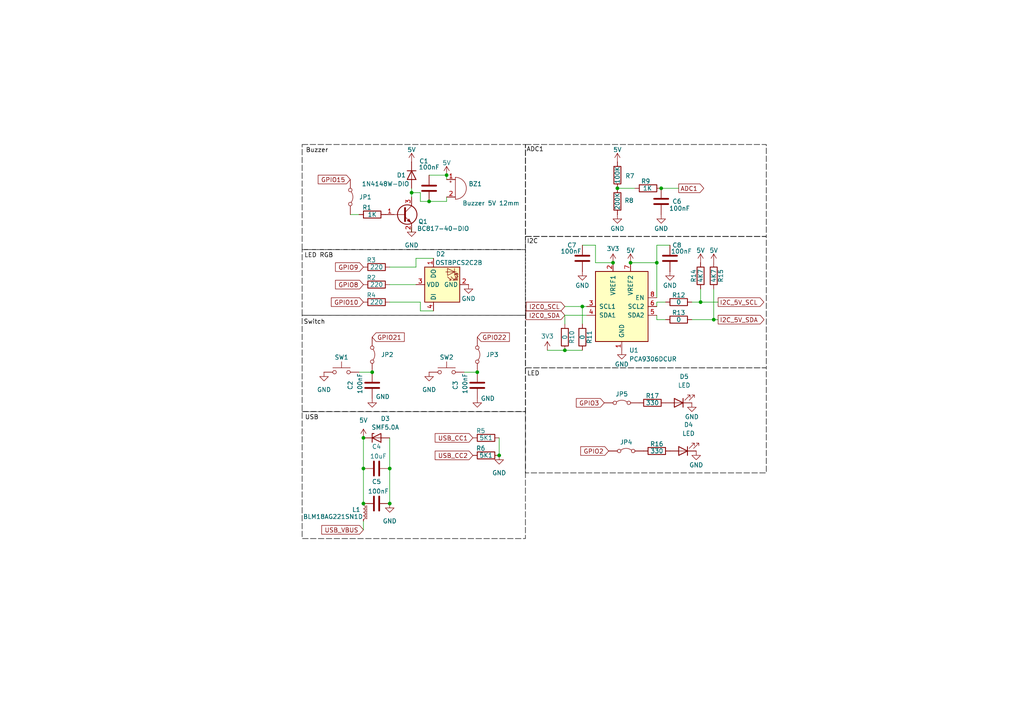
<source format=kicad_sch>
(kicad_sch (version 20250114) (generator "eeschema") (generator_version "9.0")
  (paper "A4")
  (title_block (title "Peripherals") (date "2025-10-26") (rev "1.0") (company "PKl"))
  (lib_symbols
    (symbol "Device:Buzzer" (pin_names (offset 0.0254) (hide yes))
      (property "Reference" "BZ" (at 3.81 1.27 0))
      (property "Value" "Buzzer" (at 3.81 -1.27 0))
      (symbol "Buzzer_0_1"
        (polyline (pts (xy -1.651 1.905) (xy -1.143 1.905)))
        (polyline (pts (xy -1.397 2.159) (xy -1.397 1.651)))
        (arc (start 0 3.175) (mid 3.1612 0) (end 0 -3.175))
        (polyline (pts (xy 0 3.175) (xy 0 -3.175)))
      )
      (symbol "Buzzer_1_1"
        (pin passive line (at -2.54 2.54 0) (length 2.54) (name "+") (number "1"))
        (pin passive line (at -2.54 -2.54 0) (length 2.54) (name "-") (number "2"))
      )
    )
    (symbol "Device:C" (pin_numbers (hide yes)) (pin_names (offset 0.254))
      (property "Reference" "C" (at 0.635 2.54 0))
      (property "Value" "C" (at 0.635 -2.54 0))
      (symbol "C_0_1"
        (polyline (pts (xy -2.032 0.762) (xy 2.032 0.762)) (stroke (width 0.508)))
        (polyline (pts (xy -2.032 -0.762) (xy 2.032 -0.762)) (stroke (width 0.508)))
      )
      (symbol "C_1_1"
        (pin passive line (at 0 3.81 270) (length 2.794) (name "~") (number "1"))
        (pin passive line (at 0 -3.81 90) (length 2.794) (name "~") (number "2"))
      )
    )
    (symbol "Device:LED" (pin_numbers (hide yes)) (pin_names (offset 1.016) (hide yes))
      (property "Reference" "D" (at 0 2.54 0))
      (property "Value" "LED" (at 0 -2.54 0))
      (symbol "LED_0_1"
        (polyline (pts (xy -3.048 -0.762) (xy -4.572 -2.286) (xy -3.81 -2.286) (xy -4.572 -2.286) (xy -4.572 -1.524)))
        (polyline (pts (xy -1.778 -0.762) (xy -3.302 -2.286) (xy -2.54 -2.286) (xy -3.302 -2.286) (xy -3.302 -1.524)))
        (polyline (pts (xy -1.27 0) (xy 1.27 0)))
        (polyline (pts (xy -1.27 -1.27) (xy -1.27 1.27)) (stroke (width 0.254)))
        (polyline (pts (xy 1.27 -1.27) (xy 1.27 1.27) (xy -1.27 0) (xy 1.27 -1.27)) (stroke (width 0.254)))
      )
      (symbol "LED_1_1"
        (pin passive line (at -3.81 0 0) (length 2.54) (name "K") (number "1"))
        (pin passive line (at 3.81 0 180) (length 2.54) (name "A") (number "2"))
      )
    )
    (symbol "Device:L_Ferrite_Small" (pin_numbers (hide yes)) (pin_names (offset 0.254) (hide yes))
      (property "Reference" "L" (at 1.27 1.016 0))
      (property "Value" "L_Ferrite_Small" (at 1.27 -1.27 0))
      (symbol "L_Ferrite_Small_0_1"
        (arc (start 0 2.032) (mid 0.5058 1.524) (end 0 1.016))
        (arc (start 0 1.016) (mid 0.5058 0.508) (end 0 0))
        (arc (start 0 0) (mid 0.5058 -0.508) (end 0 -1.016))
        (arc (start 0 -1.016) (mid 0.5058 -1.524) (end 0 -2.032))
        (polyline (pts (xy 0.762 1.651) (xy 0.762 1.905)))
        (polyline (pts (xy 0.762 1.143) (xy 0.762 1.397)))
        (polyline (pts (xy 0.762 0.635) (xy 0.762 0.889)))
        (polyline (pts (xy 0.762 0.127) (xy 0.762 0.381)))
        (polyline (pts (xy 0.762 -0.381) (xy 0.762 -0.127)))
        (polyline (pts (xy 0.762 -0.889) (xy 0.762 -0.635)))
        (polyline (pts (xy 0.762 -1.397) (xy 0.762 -1.143)))
        (polyline (pts (xy 0.762 -1.905) (xy 0.762 -1.651)))
        (polyline (pts (xy 1.016 1.905) (xy 1.016 1.651)))
        (polyline (pts (xy 1.016 1.397) (xy 1.016 1.143)))
        (polyline (pts (xy 1.016 0.889) (xy 1.016 0.635)))
        (polyline (pts (xy 1.016 0.381) (xy 1.016 0.127)))
        (polyline (pts (xy 1.016 -0.127) (xy 1.016 -0.381)))
        (polyline (pts (xy 1.016 -0.635) (xy 1.016 -0.889)))
        (polyline (pts (xy 1.016 -1.143) (xy 1.016 -1.397)))
        (polyline (pts (xy 1.016 -1.651) (xy 1.016 -1.905)))
      )
      (symbol "L_Ferrite_Small_1_1"
        (pin passive line (at 0 2.54 270) (length 0.508) (name "~") (number "1"))
        (pin passive line (at 0 -2.54 90) (length 0.508) (name "~") (number "2"))
      )
    )
    (symbol "Device:R" (pin_numbers (hide yes)) (pin_names (offset 0))
      (property "Reference" "R" (at 2.032 0 90))
      (property "Value" "R" (at 0 0 90))
      (symbol "R_0_1"
        (rectangle (start -1.016 -2.54) (end 1.016 2.54) (stroke (width 0.254)))
      )
      (symbol "R_1_1"
        (pin passive line (at 0 3.81 270) (length 1.27) (name "~") (number "1"))
        (pin passive line (at 0 -3.81 90) (length 1.27) (name "~") (number "2"))
      )
    )
    (symbol "Diode:1N4148W" (pin_numbers (hide yes)) (pin_names (hide yes))
      (property "Reference" "D" (at 0 2.54 0))
      (property "Value" "1N4148W" (at 0 -2.54 0))
      (symbol "1N4148W_0_1"
        (polyline (pts (xy -1.27 1.27) (xy -1.27 -1.27)) (stroke (width 0.254)))
        (polyline (pts (xy 1.27 1.27) (xy 1.27 -1.27) (xy -1.27 0) (xy 1.27 1.27)) (stroke (width 0.254)))
        (polyline (pts (xy 1.27 0) (xy -1.27 0)))
      )
      (symbol "1N4148W_1_1"
        (pin passive line (at -3.81 0 0) (length 2.54) (name "K") (number "1"))
        (pin passive line (at 3.81 0 180) (length 2.54) (name "A") (number "2"))
      )
    )
    (symbol "Diode:BZT52Bxx" (pin_numbers (hide yes)) (pin_names (hide yes))
      (property "Reference" "D" (at 0 2.54 0))
      (property "Value" "BZT52Bxx" (at 0 -2.54 0))
      (symbol "BZT52Bxx_0_1"
        (polyline (pts (xy -1.27 -1.27) (xy -1.27 1.27) (xy -0.762 1.27)) (stroke (width 0.254)))
        (polyline (pts (xy 1.27 0) (xy -1.27 0)))
        (polyline (pts (xy 1.27 -1.27) (xy 1.27 1.27) (xy -1.27 0) (xy 1.27 -1.27)) (stroke (width 0.254)))
      )
      (symbol "BZT52Bxx_1_1"
        (pin passive line (at -3.81 0 0) (length 2.54) (name "K") (number "1"))
        (pin passive line (at 3.81 0 180) (length 2.54) (name "A") (number "2"))
      )
    )
    (symbol "Interface:PCA9306" (pin_names (offset 1.016))
      (property "Reference" "U" (at -7.62 11.43 0))
      (property "Value" "PCA9306" (at 5.08 11.43 0))
      (symbol "PCA9306_0_1"
        (rectangle (start -7.62 10.16) (end 7.62 -10.16) (stroke (width 0.254)) (fill (type background)))
      )
      (symbol "PCA9306_1_1"
        (pin bidirectional line (at -10.16 0 0) (length 2.54) (name "SCL1") (number "3"))
        (pin bidirectional line (at -10.16 -2.54 0) (length 2.54) (name "SDA1") (number "4"))
        (pin power_in line (at -2.54 12.7 270) (length 2.54) (name "VREF1") (number "2"))
        (pin power_in line (at 0 -12.7 90) (length 2.54) (name "GND") (number "1"))
        (pin power_in line (at 2.54 12.7 270) (length 2.54) (name "VREF2") (number "7"))
        (pin input line (at 10.16 2.54 180) (length 2.54) (name "EN") (number "8"))
        (pin bidirectional line (at 10.16 0 180) (length 2.54) (name "SCL2") (number "6"))
        (pin bidirectional line (at 10.16 -2.54 180) (length 2.54) (name "SDA2") (number "5"))
      )
    )
    (symbol "Jumper:Jumper_2_Bridged" (pin_numbers (hide yes)) (pin_names (offset 0) (hide yes))
      (property "Reference" "JP" (at 0 1.905 0))
      (property "Value" "Jumper_2_Bridged" (at 0 -2.54 0))
      (symbol "Jumper_2_Bridged_0_0"
        (circle (center -2.032 0) (radius 0.508))
        (circle (center 2.032 0) (radius 0.508))
      )
      (symbol "Jumper_2_Bridged_0_1"
        (arc (start -1.524 0.254) (mid 0 0.762) (end 1.524 0.254))
      )
      (symbol "Jumper_2_Bridged_1_1"
        (pin passive line (at -5.08 0 0) (length 2.54) (name "A") (number "1"))
        (pin passive line (at 5.08 0 180) (length 2.54) (name "B") (number "2"))
      )
    )
    (symbol "LED:APA-106-F5"
      (property "Reference" "D" (at 5.08 5.715 0))
      (property "Value" "APA-106-F5" (at 1.27 -5.715 0))
      (symbol "APA-106-F5_0_0"
        (text "RGB" (at 2.286 -4.191 0) (effects (font (size 0.762 0.762))))
      )
      (symbol "APA-106-F5_0_1"
        (polyline (pts (xy 1.27 -2.54) (xy 1.778 -2.54)))
        (polyline (pts (xy 1.27 -3.556) (xy 1.778 -3.556)))
        (polyline (pts (xy 2.286 -1.524) (xy 1.27 -2.54) (xy 1.27 -2.032)))
        (polyline (pts (xy 2.286 -2.54) (xy 1.27 -3.556) (xy 1.27 -3.048)))
        (polyline (pts (xy 3.683 -1.016) (xy 3.683 -3.556) (xy 3.683 -4.064)))
        (polyline (pts (xy 4.699 -1.524) (xy 2.667 -1.524) (xy 3.683 -3.556) (xy 4.699 -1.524)))
        (polyline (pts (xy 4.699 -3.556) (xy 2.667 -3.556)))
        (rectangle (start 5.08 5.08) (end -5.08 -5.08) (stroke (width 0.254)) (fill (type background)))
      )
      (symbol "APA-106-F5_1_1"
        (pin input line (at -7.62 2.54 0) (length 2.54) (name "DI") (number "4"))
        (pin power_in line (at 0 7.62 270) (length 2.54) (name "VDD") (number "3"))
        (pin power_in line (at 0 -7.62 90) (length 2.54) (name "GND") (number "2"))
        (pin output line (at 7.62 2.54 180) (length 2.54) (name "DO") (number "1"))
      )
    )
    (symbol "Switch:SW_Push" (pin_numbers (hide yes)) (pin_names (offset 1.016) (hide yes))
      (property "Reference" "SW" (at 1.27 2.54 0))
      (property "Value" "SW_Push" (at 0 -1.524 0))
      (symbol "SW_Push_0_1"
        (circle (center -2.032 0) (radius 0.508))
        (polyline (pts (xy 0 1.27) (xy 0 3.048)))
        (circle (center 2.032 0) (radius 0.508))
        (polyline (pts (xy 2.54 1.27) (xy -2.54 1.27)))
        (pin passive line (at -5.08 0 0) (length 2.54) (name "1") (number "1"))
        (pin passive line (at 5.08 0 180) (length 2.54) (name "2") (number "2"))
      )
    )
    (symbol "Transistor_BJT:BC817" (pin_names (offset 0) (hide yes))
      (property "Reference" "Q" (at 5.08 1.905 0))
      (property "Value" "BC817" (at 5.08 0 0))
      (symbol "BC817_0_1"
        (polyline (pts (xy -2.54 0) (xy 0.635 0)))
        (polyline (pts (xy 0.635 1.905) (xy 0.635 -1.905)) (stroke (width 0.508)))
        (circle (center 1.27 0) (radius 2.8194) (stroke (width 0.254)))
      )
      (symbol "BC817_1_1"
        (polyline (pts (xy 0.635 0.635) (xy 2.54 2.54)))
        (polyline (pts (xy 0.635 -0.635) (xy 2.54 -2.54)))
        (polyline (pts (xy 1.27 -1.778) (xy 1.778 -1.27) (xy 2.286 -2.286) (xy 1.27 -1.778)) (fill (type outline)))
        (pin input line (at -5.08 0 0) (length 2.54) (name "B") (number "1"))
        (pin passive line (at 2.54 5.08 270) (length 2.54) (name "C") (number "3"))
        (pin passive line (at 2.54 -5.08 90) (length 2.54) (name "E") (number "2"))
      )
    )
    (symbol "power:+3.3V" (power) (pin_numbers (hide yes)) (pin_names (offset 0) (hide yes))
      (property "Value" "+3.3V" (at 0 3.556 0))
      (symbol "+3.3V_0_1"
        (polyline (pts (xy -0.762 1.27) (xy 0 2.54)))
        (polyline (pts (xy 0 2.54) (xy 0.762 1.27)))
        (polyline (pts (xy 0 0) (xy 0 2.54)))
      )
      (symbol "+3.3V_1_1"
        (pin power_in line (at 0 0 90) (length 0) (name "~") (number "1"))
      )
    )
    (symbol "power:+5V" (power) (pin_numbers (hide yes)) (pin_names (offset 0) (hide yes))
      (property "Value" "+5V" (at 0 3.556 0))
      (symbol "+5V_0_1"
        (polyline (pts (xy -0.762 1.27) (xy 0 2.54)))
        (polyline (pts (xy 0 2.54) (xy 0.762 1.27)))
        (polyline (pts (xy 0 0) (xy 0 2.54)))
      )
      (symbol "+5V_1_1"
        (pin power_in line (at 0 0 90) (length 0) (name "~") (number "1"))
      )
    )
    (symbol "power:GND" (power) (pin_numbers (hide yes)) (pin_names (offset 0) (hide yes))
      (property "Value" "GND" (at 0 -3.81 0))
      (symbol "GND_0_1"
        (polyline (pts (xy 0 0) (xy 0 -1.27) (xy 1.27 -1.27) (xy 0 -2.54) (xy -1.27 -1.27) (xy 0 -1.27)))
      )
      (symbol "GND_1_1"
        (pin power_in line (at 0 0 270) (length 0) (name "~") (number "1"))
      )
    )
  )
  (rectangle (start 87.63 119.38) (end 152.4 156.21) (stroke (width 0) (type dash) (color 0 0 0 1)))
  (rectangle (start 87.63 91.44) (end 152.4 119.38) (stroke (width 0) (type dash) (color 0 0 0 1)))
  (rectangle (start 152.4 41.91) (end 222.25 68.58) (stroke (width 0) (type dash) (color 0 0 0 1)))
  (rectangle (start 87.63 72.39) (end 152.4 91.44) (stroke (width 0) (type dash) (color 0 0 0 1)))
  (rectangle (start 152.4 106.68) (end 222.25 137.16) (stroke (width 0) (type dash) (color 0 0 0 1)))
  (rectangle (start 87.63 41.91) (end 152.4 72.39) (stroke (width 0) (type dash) (color 0 0 0 1)))
  (rectangle (start 152.4 68.58) (end 222.25 106.68) (stroke (width 0) (type dash) (color 0 0 0 1)))
  (text "I2C" (at 154.432 70.104 0) (effects (font (size 1.27 1.27))))
  (text "LED RGB" (at 92.456 74.168 0) (effects (font (size 1.27 1.27))))
  (text "USB" (at 90.424 121.158 0) (effects (font (size 1.27 1.27))))
  (text "LED" (at 154.686 108.458 0) (effects (font (size 1.27 1.27))))
  (text "ADC1" (at 155.194 43.434 0) (effects (font (size 1.27 1.27))))
  (text "Buzzer" (at 91.948 43.688 0) (effects (font (size 1.27 1.27))))
  (text "Switch" (at 91.186 93.472 0) (effects (font (size 1.27 1.27))))
  (junction (at 179.07 54.61))
  (junction (at 107.95 107.95))
  (junction (at 163.83 101.6))
  (junction (at 105.41 135.89))
  (junction (at 191.77 54.61))
  (junction (at 129.54 50.8))
  (junction (at 113.03 146.05))
  (junction (at 138.43 107.95))
  (junction (at 168.91 88.9))
  (junction (at 177.8 76.2))
  (junction (at 124.46 58.42))
  (junction (at 105.41 127))
  (junction (at 203.2 87.63))
  (junction (at 119.38 55.88))
  (junction (at 190.5 76.2))
  (junction (at 207.01 92.71))
  (junction (at 182.88 76.2))
  (junction (at 105.41 146.05))
  (junction (at 144.78 132.08))
  (junction (at 113.03 135.89))
  (wire (pts (xy 163.83 88.9) (xy 168.91 88.9)))
  (wire (pts (xy 172.72 71.12) (xy 172.72 76.2)))
  (wire (pts (xy 182.88 76.2) (xy 190.5 76.2)))
  (wire (pts (xy 190.5 76.2) (xy 190.5 71.12)))
  (wire (pts (xy 203.2 87.63) (xy 200.66 87.63)))
  (wire (pts (xy 105.41 127) (xy 105.41 135.89)))
  (wire (pts (xy 168.91 88.9) (xy 170.18 88.9)))
  (wire (pts (xy 190.5 71.12) (xy 194.31 71.12)))
  (wire (pts (xy 120.65 77.47) (xy 113.03 77.47)))
  (wire (pts (xy 207.01 83.82) (xy 207.01 92.71)))
  (wire (pts (xy 124.46 58.42) (xy 121.92 58.42)))
  (wire (pts (xy 190.5 76.2) (xy 190.5 86.36)))
  (wire (pts (xy 163.83 91.44) (xy 163.83 93.98)))
  (wire (pts (xy 144.78 127) (xy 144.78 132.08)))
  (wire (pts (xy 107.95 107.95) (xy 104.14 107.95)))
  (wire (pts (xy 163.83 91.44) (xy 170.18 91.44)))
  (wire (pts (xy 179.07 54.61) (xy 184.15 54.61)))
  (wire (pts (xy 203.2 83.82) (xy 203.2 87.63)))
  (wire (pts (xy 105.41 151.13) (xy 105.41 153.67)))
  (wire (pts (xy 163.83 101.6) (xy 168.91 101.6)))
  (wire (pts (xy 208.28 92.71) (xy 207.01 92.71)))
  (wire (pts (xy 200.66 92.71) (xy 207.01 92.71)))
  (wire (pts (xy 113.03 82.55) (xy 120.65 82.55)))
  (wire (pts (xy 121.92 58.42) (xy 121.92 55.88)))
  (wire (pts (xy 190.5 92.71) (xy 190.5 91.44)))
  (wire (pts (xy 190.5 87.63) (xy 193.04 87.63)))
  (wire (pts (xy 120.65 74.93) (xy 120.65 77.47)))
  (wire (pts (xy 129.54 58.42) (xy 129.54 57.15)))
  (wire (pts (xy 203.2 87.63) (xy 208.28 87.63)))
  (wire (pts (xy 113.03 135.89) (xy 113.03 146.05)))
  (wire (pts (xy 121.92 87.63) (xy 121.92 90.17)))
  (wire (pts (xy 168.91 88.9) (xy 168.91 93.98)))
  (wire (pts (xy 101.6 62.23) (xy 104.14 62.23)))
  (wire (pts (xy 121.92 90.17) (xy 125.73 90.17)))
  (wire (pts (xy 119.38 67.31) (xy 119.38 66.04)))
  (wire (pts (xy 129.54 50.8) (xy 129.54 52.07)))
  (wire (pts (xy 129.54 50.8) (xy 124.46 50.8)))
  (wire (pts (xy 190.5 88.9) (xy 190.5 87.63)))
  (wire (pts (xy 113.03 127) (xy 113.03 135.89)))
  (wire (pts (xy 191.77 54.61) (xy 196.85 54.61)))
  (wire (pts (xy 119.38 54.61) (xy 119.38 55.88)))
  (wire (pts (xy 105.41 135.89) (xy 105.41 146.05)))
  (wire (pts (xy 158.75 101.6) (xy 163.83 101.6)))
  (wire (pts (xy 190.5 92.71) (xy 193.04 92.71)))
  (wire (pts (xy 172.72 71.12) (xy 168.91 71.12)))
  (wire (pts (xy 124.46 58.42) (xy 129.54 58.42)))
  (wire (pts (xy 119.38 57.15) (xy 119.38 55.88)))
  (wire (pts (xy 138.43 107.95) (xy 134.62 107.95)))
  (wire (pts (xy 121.92 55.88) (xy 119.38 55.88)))
  (wire (pts (xy 113.03 87.63) (xy 121.92 87.63)))
  (wire (pts (xy 120.65 74.93) (xy 125.73 74.93)))
  (wire (pts (xy 177.8 76.2) (xy 172.72 76.2)))
  (global_label "USB_CC1" (shape input) (at 137.16 127 180) (property "Intersheetrefs" "${INTERSHEET_REFS}" (effects (hide yes))))
  (global_label "USB_VBUS" (shape input) (at 105.41 153.67 180) (property "Intersheetrefs" "${INTERSHEET_REFS}" (effects (hide yes))))
  (global_label "ADC1" (shape output) (at 196.85 54.61 0) (property "Intersheetrefs" "${INTERSHEET_REFS}" (effects (hide yes))))
  (global_label "GPIO10" (shape input) (at 105.41 87.63 180) (property "Intersheetrefs" "${INTERSHEET_REFS}" (effects (hide yes))))
  (global_label "GPIO9" (shape input) (at 105.41 77.47 180) (property "Intersheetrefs" "${INTERSHEET_REFS}" (effects (hide yes))))
  (global_label "I2C0_SCL" (shape input) (at 163.83 88.9 180) (property "Intersheetrefs" "${INTERSHEET_REFS}" (effects (hide yes))))
  (global_label "GPIO22" (shape input) (at 138.43 97.79 0) (property "Intersheetrefs" "${INTERSHEET_REFS}" (effects (hide yes))))
  (global_label "USB_CC2" (shape input) (at 137.16 132.08 180) (property "Intersheetrefs" "${INTERSHEET_REFS}" (effects (hide yes))))
  (global_label "I2C0_SDA" (shape input) (at 163.83 91.44 180) (property "Intersheetrefs" "${INTERSHEET_REFS}" (effects (hide yes))))
  (global_label "GPIO3" (shape input) (at 175.26 116.84 180) (property "Intersheetrefs" "${INTERSHEET_REFS}" (effects (hide yes))))
  (global_label "I2C_5V_SCL" (shape output) (at 208.28 87.63 0) (property "Intersheetrefs" "${INTERSHEET_REFS}" (effects (hide yes))))
  (global_label "GPIO21" (shape input) (at 107.95 97.79 0) (property "Intersheetrefs" "${INTERSHEET_REFS}" (effects (hide yes))))
  (global_label "GPIO8" (shape input) (at 105.41 82.55 180) (property "Intersheetrefs" "${INTERSHEET_REFS}" (effects (hide yes))))
  (global_label "GPIO15" (shape input) (at 101.6 52.07 180) (property "Intersheetrefs" "${INTERSHEET_REFS}" (effects (hide yes))))
  (global_label "I2C_5V_SDA" (shape output) (at 208.28 92.71 0) (property "Intersheetrefs" "${INTERSHEET_REFS}" (effects (hide yes))))
  (global_label "GPIO2" (shape input) (at 176.53 130.81 180) (property "Intersheetrefs" "${INTERSHEET_REFS}" (effects (hide yes))))
  (symbol (lib_id "Device:Buzzer") (at 132.08 54.61 0) (unit 1)
    (property "Reference" "BZ1" (at 135.89 53.3399 0) (effects (justify left)))
    (property "Value" "Buzzer 5V 12mm" (at 134.112 58.928 0) (effects (justify left)))
    (property "Footprint" "Buzzer_Beeper:Buzzer_12x9.5RM7.6" (effects (hide yes)))
    (property "Description" "Buzzer, polarized" (effects (hide yes)))
  )
  (symbol (lib_id "Device:R") (at 140.97 132.08 270) (unit 1)
    (property "Reference" "R6" (at 139.446 130.048 90))
    (property "Value" "5K1" (at 140.97 132.08 90))
    (property "Footprint" "Resistor_SMD:R_0805_2012Metric" (effects (hide yes)))
    (property "Description" "Resistor" (effects (hide yes)))
  )
  (symbol (lib_id "Jumper:Jumper_2_Bridged") (at 138.43 102.87 270) (unit 1)
    (property "Reference" "JP3" (at 140.97 102.8699 90) (effects (justify left)))
    (property "Value" "Jumper_2_Bridged" (effects (hide yes)))
    (property "Footprint" "Connector_PinHeader_2.54mm:PinHeader_1x02_P2.54mm_Vertical" (effects (hide yes)))
    (property "Description" "Jumper, 2-pole, closed/bridged" (effects (hide yes)))
  )
  (symbol (lib_id "Device:C") (at 168.91 74.93 0) (unit 1)
    (property "Reference" "C7" (at 165.862 71.12 0))
    (property "Value" "100nF" (at 165.608 72.898 0))
    (property "Footprint" "Capacitor_SMD:C_0805_2012Metric" (effects (hide yes)))
    (property "Description" "Unpolarized capacitor" (effects (hide yes)))
  )
  (symbol (lib_id "Device:R") (at 196.85 87.63 270) (unit 1)
    (property "Reference" "R12" (at 196.85 85.598 90))
    (property "Value" "0" (at 196.85 87.63 90))
    (property "Footprint" "Resistor_SMD:R_0805_2012Metric" (effects (hide yes)))
    (property "Description" "Resistor" (effects (hide yes)))
  )
  (symbol (lib_id "Device:R") (at 187.96 54.61 270) (unit 1)
    (property "Reference" "R9" (at 185.928 52.578 90) (effects (justify left)))
    (property "Value" "1K" (at 186.436 54.61 90) (effects (justify left)))
    (property "Footprint" "Resistor_SMD:R_0805_2012Metric" (effects (hide yes)))
    (property "Description" "Resistor" (effects (hide yes)))
  )
  (symbol (lib_id "Device:R") (at 196.85 92.71 270) (unit 1)
    (property "Reference" "R13" (at 196.85 90.678 90))
    (property "Value" "0" (at 196.85 92.71 90))
    (property "Footprint" "Resistor_SMD:R_0805_2012Metric" (effects (hide yes)))
    (property "Description" "Resistor" (effects (hide yes)))
  )
  (symbol (lib_id "Device:R") (at 203.2 80.01 0) (unit 1)
    (property "Reference" "R14" (at 201.168 80.01 90))
    (property "Value" "4K7" (at 203.2 80.01 90))
    (property "Footprint" "Resistor_SMD:R_0805_2012Metric" (effects (hide yes)))
    (property "Description" "Resistor" (effects (hide yes)))
  )
  (symbol (lib_id "Diode:1N4148W") (at 119.38 50.8 270) (unit 1)
    (property "Reference" "D1" (at 115.062 50.8 90) (effects (justify left)))
    (property "Value" "1N4148W-DIO" (at 104.902 53.34 90) (effects (justify left)))
    (property "Footprint" "Diode_SMD:D_SOD-123F" (effects (hide yes)))
    (property "Datasheet" "https://www.vishay.com/docs/85748/1n4148w.pdf" (effects (hide yes)))
    (property "Description" "75V 0.15A Fast Switching Diode, SOD-123" (effects (hide yes)))
    (property "Sim.Device" "D" (effects (hide yes)))
    (property "Sim.Pins" "1=K 2=A" (effects (hide yes)))
  )
  (symbol (lib_id "Device:R") (at 179.07 58.42 0) (unit 1)
    (property "Reference" "R8" (at 181.102 58.166 0) (effects (justify left)))
    (property "Value" "200K" (at 179.07 60.96 90) (effects (justify left)))
    (property "Footprint" "Resistor_SMD:R_0805_2012Metric" (effects (hide yes)))
    (property "Description" "Resistor" (effects (hide yes)))
  )
  (symbol (lib_id "Device:C") (at 109.22 146.05 270) (unit 1)
    (property "Reference" "C5" (at 109.22 139.7 90))
    (property "Value" "100nF" (at 109.728 142.494 90))
    (property "Footprint" "Capacitor_SMD:C_0805_2012Metric" (effects (hide yes)))
    (property "Description" "Unpolarized capacitor" (effects (hide yes)))
  )
  (symbol (lib_id "power:GND") (at 93.98 107.95 0) (unit 1)
    (property "Reference" "#PWR037" (effects (hide yes)))
    (property "Value" "GND" (at 93.98 113.03 0))
    (property "Description" "Power symbol creates a global label with name \"GND\" , ground" (effects (hide yes)))
  )
  (symbol (lib_id "Jumper:Jumper_2_Bridged") (at 107.95 102.87 270) (unit 1)
    (property "Reference" "JP2" (at 110.49 102.8699 90) (effects (justify left)))
    (property "Value" "Jumper_2_Bridged" (effects (hide yes)))
    (property "Footprint" "Connector_PinHeader_2.54mm:PinHeader_1x02_P2.54mm_Vertical" (effects (hide yes)))
    (property "Description" "Jumper, 2-pole, closed/bridged" (effects (hide yes)))
  )
  (symbol (lib_id "power:GND") (at 179.07 62.23 0) (unit 1)
    (property "Reference" "#PWR082" (effects (hide yes)))
    (property "Value" "GND" (at 179.07 66.294 0))
    (property "Description" "Power symbol creates a global label with name \"GND\" , ground" (effects (hide yes)))
  )
  (symbol (lib_id "Device:R") (at 207.01 80.01 180) (unit 1)
    (property "Reference" "R15" (at 209.042 80.01 90))
    (property "Value" "4K7" (at 207.01 80.01 90))
    (property "Footprint" "Resistor_SMD:R_0805_2012Metric" (effects (hide yes)))
    (property "Description" "Resistor" (effects (hide yes)))
  )
  (symbol (lib_id "power:GND") (at 191.77 62.23 0) (unit 1)
    (property "Reference" "#PWR084" (effects (hide yes)))
    (property "Value" "GND" (at 191.77 66.294 0))
    (property "Description" "Power symbol creates a global label with name \"GND\" , ground" (effects (hide yes)))
  )
  (symbol (lib_id "Jumper:Jumper_2_Bridged") (at 101.6 57.15 270) (unit 1)
    (property "Reference" "JP1" (at 104.14 57.1499 90) (effects (justify left)))
    (property "Value" "Jumper_2_Bridged" (effects (hide yes)))
    (property "Footprint" "Connector_PinHeader_2.54mm:PinHeader_1x02_P2.54mm_Vertical" (effects (hide yes)))
    (property "Description" "Jumper, 2-pole, closed/bridged" (effects (hide yes)))
  )
  (symbol (lib_id "power:GND") (at 119.38 66.04 0) (unit 1)
    (property "Reference" "#PWR039" (effects (hide yes)))
    (property "Value" "GND" (at 119.38 71.12 0))
    (property "Description" "Power symbol creates a global label with name \"GND\" , ground" (effects (hide yes)))
  )
  (symbol (lib_id "Device:LED") (at 198.12 130.81 180) (unit 1)
    (property "Reference" "D4" (at 199.7075 123.19 0))
    (property "Value" "LED" (at 199.7075 125.73 0))
    (property "Footprint" "LED_SMD:LED_0805_2012Metric" (effects (hide yes)))
    (property "Description" "Light emitting diode" (effects (hide yes)))
    (property "Sim.Pins" "1=K 2=A" (effects (hide yes)))
  )
  (symbol (lib_id "Device:R") (at 109.22 77.47 270) (unit 1)
    (property "Reference" "R3" (at 107.696 75.438 90))
    (property "Value" "220" (at 109.22 77.47 90))
    (property "Footprint" "Resistor_SMD:R_0805_2012Metric" (effects (hide yes)))
    (property "Description" "Resistor" (effects (hide yes)))
  )
  (symbol (lib_id "power:GND") (at 135.89 82.55 0) (unit 1)
    (property "Reference" "#PWR036" (effects (hide yes)))
    (property "Value" "GND" (at 135.89 86.614 0))
    (property "Description" "Power symbol creates a global label with name \"GND\" , ground" (effects (hide yes)))
  )
  (symbol (lib_id "power:GND") (at 113.03 146.05 0) (unit 1)
    (property "Reference" "#PWR073" (effects (hide yes)))
    (property "Value" "GND" (at 113.03 151.13 0))
    (property "Description" "Power symbol creates a global label with name \"GND\" , ground" (effects (hide yes)))
  )
  (symbol (lib_id "power:+5V") (at 105.41 127 0) (unit 1)
    (property "Reference" "#PWR075" (effects (hide yes)))
    (property "Value" "5V" (at 105.41 121.92 0))
    (property "Description" "Power symbol creates a global label with name \"+5V\"" (effects (hide yes)))
  )
  (symbol (lib_id "Device:LED") (at 196.85 116.84 180) (unit 1)
    (property "Reference" "D5" (at 198.4375 109.22 0))
    (property "Value" "LED" (at 198.4375 111.76 0))
    (property "Footprint" "LED_SMD:LED_0805_2012Metric" (effects (hide yes)))
    (property "Description" "Light emitting diode" (effects (hide yes)))
    (property "Sim.Pins" "1=K 2=A" (effects (hide yes)))
  )
  (symbol (lib_id "power:GND") (at 107.95 115.57 0) (unit 1)
    (property "Reference" "#PWR076" (effects (hide yes)))
    (property "Value" "GND" (at 110.998 115.062 0))
    (property "Description" "Power symbol creates a global label with name \"GND\" , ground" (effects (hide yes)))
  )
  (symbol (lib_id "power:+5V") (at 182.88 76.2 0) (unit 1)
    (property "Reference" "#PWR088" (effects (hide yes)))
    (property "Value" "5V" (at 182.88 72.644 0))
    (property "Description" "Power symbol creates a global label with name \"+5V\"" (effects (hide yes)))
  )
  (symbol (lib_id "power:GND") (at 138.43 115.57 0) (unit 1)
    (property "Reference" "#PWR0106" (effects (hide yes)))
    (property "Value" "GND" (at 141.478 115.57 0))
    (property "Description" "Power symbol creates a global label with name \"GND\" , ground" (effects (hide yes)))
  )
  (symbol (lib_id "power:GND") (at 200.66 116.84 0) (unit 1)
    (property "Reference" "#PWR052" (effects (hide yes)))
    (property "Value" "GND" (at 200.66 120.904 0))
    (property "Description" "Power symbol creates a global label with name \"GND\" , ground" (effects (hide yes)))
  )
  (symbol (lib_id "Device:R") (at 140.97 127 270) (unit 1)
    (property "Reference" "R5" (at 139.446 124.968 90))
    (property "Value" "5K1" (at 140.97 127 90))
    (property "Footprint" "Resistor_SMD:R_0805_2012Metric" (effects (hide yes)))
    (property "Description" "Resistor" (effects (hide yes)))
  )
  (symbol (lib_id "Device:C") (at 138.43 111.76 0) (unit 1)
    (property "Reference" "C3" (at 132.08 111.76 90))
    (property "Value" "100nF" (at 134.874 111.252 90))
    (property "Footprint" "Capacitor_SMD:C_0805_2012Metric" (effects (hide yes)))
    (property "Description" "Unpolarized capacitor" (effects (hide yes)))
  )
  (symbol (lib_id "Device:R") (at 190.5 130.81 270) (unit 1)
    (property "Reference" "R16" (at 190.5 128.778 90))
    (property "Value" "330" (at 190.5 130.81 90))
    (property "Footprint" "Resistor_SMD:R_0805_2012Metric" (effects (hide yes)))
    (property "Description" "Resistor" (effects (hide yes)))
  )
  (symbol (lib_id "power:+3.3V") (at 177.8 76.2 0) (unit 1)
    (property "Reference" "#PWR087" (effects (hide yes)))
    (property "Value" "3V3" (at 177.8 72.136 0))
    (property "Description" "Power symbol creates a global label with name \"+3.3V\"" (effects (hide yes)))
  )
  (symbol (lib_id "power:GND") (at 180.34 101.6 0) (unit 1)
    (property "Reference" "#PWR086" (effects (hide yes)))
    (property "Value" "GND" (at 180.34 105.664 0))
    (property "Description" "Power symbol creates a global label with name \"GND\" , ground" (effects (hide yes)))
  )
  (symbol (lib_id "Device:R") (at 109.22 87.63 270) (unit 1)
    (property "Reference" "R4" (at 107.696 85.598 90))
    (property "Value" "220" (at 109.22 87.63 90))
    (property "Footprint" "Resistor_SMD:R_0805_2012Metric" (effects (hide yes)))
    (property "Description" "Resistor" (effects (hide yes)))
  )
  (symbol (lib_id "power:GND") (at 201.93 130.81 0) (unit 1)
    (property "Reference" "#PWR051" (effects (hide yes)))
    (property "Value" "GND" (at 201.93 134.874 0))
    (property "Description" "Power symbol creates a global label with name \"GND\" , ground" (effects (hide yes)))
  )
  (symbol (lib_id "Transistor_BJT:BC817") (at 116.84 62.23 0) (unit 1)
    (property "Reference" "Q1" (at 122.682 64.262 0))
    (property "Value" "BC817-40-DIO" (at 128.524 66.294 0))
    (property "Footprint" "Package_TO_SOT_SMD:SOT-23" (effects (hide yes)))
    (property "Datasheet" "https://www.onsemi.com/pub/Collateral/BC818-D.pdf" (effects (hide yes)))
    (property "Description" "0.8A Ic, 45V Vce, NPN Transistor, SOT-23" (effects (hide yes)))
  )
  (symbol (lib_id "Diode:BZT52Bxx") (at 109.22 127 0) (unit 1)
    (property "Reference" "D3" (at 111.76 121.412 0))
    (property "Value" "SMF5.0A" (at 111.76 123.952 0))
    (property "Footprint" "Diode_SMD:D_SOD-123F" (effects (hide yes)))
    (property "Datasheet" "https://diotec.com/tl_files/diotec/files/pdf/datasheets/bzt52b2v4.pdf" (effects (hide yes)))
    (property "Description" "500mW Zener Diode, SOD-123F" (effects (hide yes)))
  )
  (symbol (lib_id "Device:R") (at 107.95 62.23 270) (unit 1)
    (property "Reference" "R1" (at 106.426 60.198 90))
    (property "Value" "1K" (at 107.95 62.23 90))
    (property "Footprint" "Resistor_SMD:R_0805_2012Metric" (effects (hide yes)))
    (property "Description" "Resistor" (effects (hide yes)))
  )
  (symbol (lib_id "power:+5V") (at 129.54 50.8 0) (unit 1)
    (property "Reference" "#PWR034" (effects (hide yes)))
    (property "Value" "5V" (at 129.54 47.244 0))
    (property "Description" "Power symbol creates a global label with name \"+5V\"" (effects (hide yes)))
  )
  (symbol (lib_id "Device:L_Ferrite_Small") (at 105.41 148.59 0) (unit 1)
    (property "Reference" "L1" (at 102.108 147.828 0) (effects (justify left)))
    (property "Value" "BLM18AG221SN1D" (at 87.884 149.86 0) (effects (justify left)))
    (property "Footprint" "Inductor_SMD:L_0603_1608Metric" (effects (hide yes)))
    (property "Description" "Inductor with ferrite core, small symbol" (effects (hide yes)))
  )
  (symbol (lib_id "power:+5V") (at 207.01 76.2 0) (unit 1)
    (property "Reference" "#PWR090" (effects (hide yes)))
    (property "Value" "5V" (at 207.01 72.644 0))
    (property "Description" "Power symbol creates a global label with name \"+5V\"" (effects (hide yes)))
  )
  (symbol (lib_id "Device:R") (at 179.07 50.8 0) (unit 1)
    (property "Reference" "R7" (at 181.356 51.054 0) (effects (justify left)))
    (property "Value" "100K" (at 179.07 53.34 90) (effects (justify left)))
    (property "Footprint" "Resistor_SMD:R_0805_2012Metric" (effects (hide yes)))
    (property "Description" "Resistor" (effects (hide yes)))
  )
  (symbol (lib_id "power:+3.3V") (at 158.75 101.6 0) (unit 1)
    (property "Reference" "#PWR0120" (effects (hide yes)))
    (property "Value" "3V3" (at 158.75 97.536 0))
    (property "Description" "Power symbol creates a global label with name \"+3.3V\"" (effects (hide yes)))
  )
  (symbol (lib_id "power:GND") (at 124.46 107.95 0) (unit 1)
    (property "Reference" "#PWR033" (effects (hide yes)))
    (property "Value" "GND" (at 124.46 113.03 0))
    (property "Description" "Power symbol creates a global label with name \"GND\" , ground" (effects (hide yes)))
  )
  (symbol (lib_id "Device:R") (at 163.83 97.79 180) (unit 1)
    (property "Reference" "R10" (at 165.862 97.79 90))
    (property "Value" "0" (at 163.83 97.79 90))
    (property "Footprint" "Resistor_SMD:R_0805_2012Metric" (effects (hide yes)))
    (property "Description" "Resistor" (effects (hide yes)))
  )
  (symbol (lib_id "power:GND") (at 194.31 78.74 0) (unit 1)
    (property "Reference" "#PWR091" (effects (hide yes)))
    (property "Value" "GND" (at 194.31 82.804 0))
    (property "Description" "Power symbol creates a global label with name \"GND\" , ground" (effects (hide yes)))
  )
  (symbol (lib_id "Device:R") (at 189.23 116.84 270) (unit 1)
    (property "Reference" "R17" (at 189.23 114.808 90))
    (property "Value" "330" (at 189.23 116.84 90))
    (property "Footprint" "Resistor_SMD:R_0805_2012Metric" (effects (hide yes)))
    (property "Description" "Resistor" (effects (hide yes)))
  )
  (symbol (lib_id "Device:C") (at 191.77 58.42 0) (unit 1)
    (property "Reference" "C6" (at 196.342 58.42 0))
    (property "Value" "100nF" (at 197.104 60.452 0))
    (property "Footprint" "Capacitor_SMD:C_0805_2012Metric" (effects (hide yes)))
    (property "Description" "Unpolarized capacitor" (effects (hide yes)))
  )
  (symbol (lib_id "Switch:SW_Push") (at 129.54 107.95 0) (unit 1)
    (property "Reference" "SW2" (at 129.54 103.632 0))
    (property "Value" "Tact Switch 6x6mm / 13mm" (effects (hide yes)))
    (property "Footprint" "Button_Switch_THT:SW_PUSH_6mm" (effects (hide yes)))
    (property "Description" "Push button switch, generic, two pins" (effects (hide yes)))
  )
  (symbol (lib_id "Jumper:Jumper_2_Bridged") (at 180.34 116.84 0) (unit 1)
    (property "Reference" "JP5" (at 180.34 114.3 0))
    (property "Value" "Jumper_2_Bridged" (effects (hide yes)))
    (property "Footprint" "Connector_PinHeader_2.54mm:PinHeader_1x02_P2.54mm_Vertical" (effects (hide yes)))
    (property "Description" "Jumper, 2-pole, closed/bridged" (effects (hide yes)))
  )
  (symbol (lib_id "power:+5V") (at 119.38 46.99 0) (unit 1)
    (property "Reference" "#PWR038" (effects (hide yes)))
    (property "Value" "5V" (at 119.38 43.434 0))
    (property "Description" "Power symbol creates a global label with name \"+5V\"" (effects (hide yes)))
  )
  (symbol (lib_id "Interface:PCA9306") (at 180.34 88.9 0) (unit 1)
    (property "Reference" "U1" (at 182.4833 101.6 0) (effects (justify left)))
    (property "Value" "PCA9306DCUR" (at 182.4833 104.14 0) (effects (justify left)))
    (property "Footprint" "Package_SO:VSSOP-8_2.3x2mm_P0.5mm" (effects (hide yes)))
    (property "Datasheet" "http://www.ti.com/lit/ds/symlink/pca9306.pdf" (effects (hide yes)))
    (property "Description" "Dual bidirectional I2C Bus and SMBus voltage level translator" (effects (hide yes)))
  )
  (symbol (lib_id "power:+5V") (at 179.07 46.99 0) (unit 1)
    (property "Reference" "#PWR083" (effects (hide yes)))
    (property "Value" "5V" (at 179.07 43.434 0))
    (property "Description" "Power symbol creates a global label with name \"+5V\"" (effects (hide yes)))
  )
  (symbol (lib_id "Jumper:Jumper_2_Bridged") (at 181.61 130.81 0) (unit 1)
    (property "Reference" "JP4" (at 181.61 128.27 0))
    (property "Value" "Jumper_2_Bridged" (effects (hide yes)))
    (property "Footprint" "Connector_PinHeader_2.54mm:PinHeader_1x02_P2.54mm_Vertical" (effects (hide yes)))
    (property "Description" "Jumper, 2-pole, closed/bridged" (effects (hide yes)))
  )
  (symbol (lib_id "Device:C") (at 109.22 135.89 270) (unit 1)
    (property "Reference" "C4" (at 109.22 129.54 90))
    (property "Value" "10uF" (at 109.728 132.334 90))
    (property "Footprint" "Capacitor_SMD:C_0805_2012Metric" (effects (hide yes)))
    (property "Description" "Unpolarized capacitor" (effects (hide yes)))
  )
  (symbol (lib_id "Device:C") (at 124.46 54.61 180) (unit 1)
    (property "Reference" "C1" (at 122.936 46.736 0))
    (property "Value" "100nF" (at 124.46 48.514 0))
    (property "Footprint" "Capacitor_SMD:C_0805_2012Metric" (effects (hide yes)))
    (property "Description" "Unpolarized capacitor" (effects (hide yes)))
  )
  (symbol (lib_id "Device:R") (at 168.91 97.79 180) (unit 1)
    (property "Reference" "R11" (at 170.942 97.79 90))
    (property "Value" "0" (at 168.91 97.79 90))
    (property "Footprint" "Resistor_SMD:R_0805_2012Metric" (effects (hide yes)))
    (property "Description" "Resistor" (effects (hide yes)))
  )
  (symbol (lib_id "power:GND") (at 144.78 132.08 0) (unit 1)
    (property "Reference" "#PWR074" (effects (hide yes)))
    (property "Value" "GND" (at 144.78 137.16 0))
    (property "Description" "Power symbol creates a global label with name \"GND\" , ground" (effects (hide yes)))
  )
  (symbol (lib_id "power:+5V") (at 203.2 76.2 0) (unit 1)
    (property "Reference" "#PWR089" (effects (hide yes)))
    (property "Value" "5V" (at 203.2 72.644 0))
    (property "Description" "Power symbol creates a global label with name \"+5V\"" (effects (hide yes)))
  )
  (symbol (lib_id "power:GND") (at 168.91 78.74 0) (unit 1)
    (property "Reference" "#PWR092" (effects (hide yes)))
    (property "Value" "GND" (at 168.91 82.804 0))
    (property "Description" "Power symbol creates a global label with name \"GND\" , ground" (effects (hide yes)))
  )
  (symbol (lib_id "Device:R") (at 109.22 82.55 270) (unit 1)
    (property "Reference" "R2" (at 107.696 80.518 90))
    (property "Value" "220" (at 109.22 82.55 90))
    (property "Footprint" "Resistor_SMD:R_0805_2012Metric" (effects (hide yes)))
    (property "Description" "Resistor" (effects (hide yes)))
  )
  (symbol (lib_id "Switch:SW_Push") (at 99.06 107.95 0) (unit 1)
    (property "Reference" "SW1" (at 99.06 103.632 0))
    (property "Value" "Tact Switch 6x6mm / 13mm" (effects (hide yes)))
    (property "Footprint" "Button_Switch_THT:SW_PUSH_6mm" (effects (hide yes)))
    (property "Description" "Push button switch, generic, two pins" (effects (hide yes)))
  )
  (symbol (lib_id "LED:APA-106-F5") (at 128.27 82.55 90) (unit 1)
    (property "Reference" "D2" (at 127.762 73.66 90))
    (property "Value" "OSTBPCS2C2B" (at 133.096 76.2 90))
    (property "Footprint" "LED_SMD:LED_Avago_PLCC4_3.2x2.8mm_CW" (effects (hide yes)))
    (property "Datasheet" "https://cdn.sparkfun.com/datasheets/Components/LED/COM-12877.pdf" (effects (hide yes)))
    (property "Description" "RGB LED with integrated controller, 5mm Package" (effects (hide yes)))
  )
  (symbol (lib_id "Device:C") (at 194.31 74.93 0) (unit 1)
    (property "Reference" "C8" (at 196.342 71.12 0))
    (property "Value" "100nF" (at 197.612 72.898 0))
    (property "Footprint" "Capacitor_SMD:C_0805_2012Metric" (effects (hide yes)))
    (property "Description" "Unpolarized capacitor" (effects (hide yes)))
  )
  (symbol (lib_id "Device:C") (at 107.95 111.76 0) (unit 1)
    (property "Reference" "C2" (at 101.6 111.76 90))
    (property "Value" "100nF" (at 104.394 111.252 90))
    (property "Footprint" "Capacitor_SMD:C_0805_2012Metric" (effects (hide yes)))
    (property "Description" "Unpolarized capacitor" (effects (hide yes)))
  )
)
</source>
